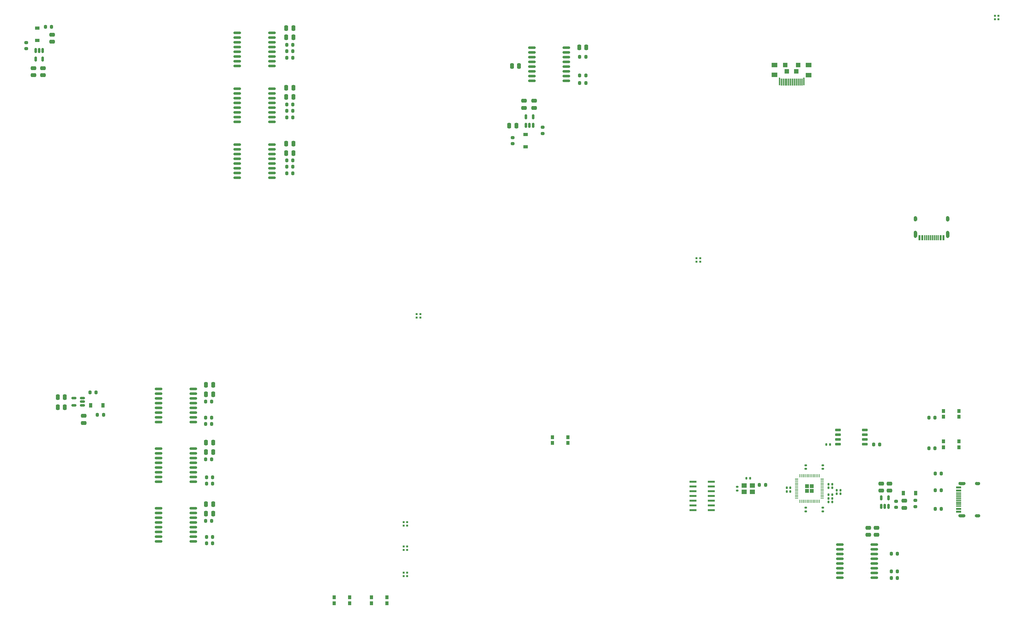
<source format=gtp>
%TF.GenerationSoftware,KiCad,Pcbnew,(6.0.4)*%
%TF.CreationDate,2022-05-27T00:32:28-07:00*%
%TF.ProjectId,bot_L,626f745f-4c2e-46b6-9963-61645f706362,rev?*%
%TF.SameCoordinates,Original*%
%TF.FileFunction,Paste,Top*%
%TF.FilePolarity,Positive*%
%FSLAX46Y46*%
G04 Gerber Fmt 4.6, Leading zero omitted, Abs format (unit mm)*
G04 Created by KiCad (PCBNEW (6.0.4)) date 2022-05-27 00:32:28*
%MOMM*%
%LPD*%
G01*
G04 APERTURE LIST*
G04 Aperture macros list*
%AMRoundRect*
0 Rectangle with rounded corners*
0 $1 Rounding radius*
0 $2 $3 $4 $5 $6 $7 $8 $9 X,Y pos of 4 corners*
0 Add a 4 corners polygon primitive as box body*
4,1,4,$2,$3,$4,$5,$6,$7,$8,$9,$2,$3,0*
0 Add four circle primitives for the rounded corners*
1,1,$1+$1,$2,$3*
1,1,$1+$1,$4,$5*
1,1,$1+$1,$6,$7*
1,1,$1+$1,$8,$9*
0 Add four rect primitives between the rounded corners*
20,1,$1+$1,$2,$3,$4,$5,0*
20,1,$1+$1,$4,$5,$6,$7,0*
20,1,$1+$1,$6,$7,$8,$9,0*
20,1,$1+$1,$8,$9,$2,$3,0*%
G04 Aperture macros list end*
%ADD10C,0.120000*%
%ADD11C,0.460000*%
%ADD12R,1.450000X0.600000*%
%ADD13R,1.450000X0.300000*%
%ADD14R,0.600000X1.450000*%
%ADD15R,0.300000X1.450000*%
%ADD16RoundRect,0.140000X-0.140000X-0.170000X0.140000X-0.170000X0.140000X0.170000X-0.140000X0.170000X0*%
%ADD17R,0.550000X0.550000*%
%ADD18RoundRect,0.250000X0.250000X0.475000X-0.250000X0.475000X-0.250000X-0.475000X0.250000X-0.475000X0*%
%ADD19RoundRect,0.200000X0.200000X0.275000X-0.200000X0.275000X-0.200000X-0.275000X0.200000X-0.275000X0*%
%ADD20RoundRect,0.150000X-0.875000X-0.150000X0.875000X-0.150000X0.875000X0.150000X-0.875000X0.150000X0*%
%ADD21RoundRect,0.140000X-0.170000X0.140000X-0.170000X-0.140000X0.170000X-0.140000X0.170000X0.140000X0*%
%ADD22RoundRect,0.200000X0.275000X-0.200000X0.275000X0.200000X-0.275000X0.200000X-0.275000X-0.200000X0*%
%ADD23RoundRect,0.200000X-0.200000X-0.275000X0.200000X-0.275000X0.200000X0.275000X-0.200000X0.275000X0*%
%ADD24RoundRect,0.150000X0.512500X0.150000X-0.512500X0.150000X-0.512500X-0.150000X0.512500X-0.150000X0*%
%ADD25RoundRect,0.150000X-0.150000X0.512500X-0.150000X-0.512500X0.150000X-0.512500X0.150000X0.512500X0*%
%ADD26R,0.900000X1.000000*%
%ADD27R,0.400000X1.825000*%
%ADD28R,1.200000X1.200000*%
%ADD29R,1.500000X1.200000*%
%ADD30R,0.400000X2.012500*%
%ADD31RoundRect,0.150000X0.150000X-0.512500X0.150000X0.512500X-0.150000X0.512500X-0.150000X-0.512500X0*%
%ADD32RoundRect,0.140000X0.140000X0.170000X-0.140000X0.170000X-0.140000X-0.170000X0.140000X-0.170000X0*%
%ADD33RoundRect,0.140000X0.170000X-0.140000X0.170000X0.140000X-0.170000X0.140000X-0.170000X-0.140000X0*%
%ADD34R,1.981200X0.558800*%
%ADD35RoundRect,0.250000X0.475000X-0.250000X0.475000X0.250000X-0.475000X0.250000X-0.475000X-0.250000X0*%
%ADD36RoundRect,0.250000X-0.250000X-0.475000X0.250000X-0.475000X0.250000X0.475000X-0.250000X0.475000X0*%
%ADD37RoundRect,0.200000X-0.275000X0.200000X-0.275000X-0.200000X0.275000X-0.200000X0.275000X0.200000X0*%
%ADD38R,1.400000X1.200000*%
%ADD39RoundRect,0.150000X0.650000X0.150000X-0.650000X0.150000X-0.650000X-0.150000X0.650000X-0.150000X0*%
%ADD40RoundRect,0.135000X0.135000X0.185000X-0.135000X0.185000X-0.135000X-0.185000X0.135000X-0.185000X0*%
%ADD41RoundRect,0.250000X-0.475000X0.250000X-0.475000X-0.250000X0.475000X-0.250000X0.475000X0.250000X0*%
%ADD42R,0.900000X1.200000*%
%ADD43R,1.200000X0.900000*%
%ADD44RoundRect,0.250000X-0.292217X0.292217X-0.292217X-0.292217X0.292217X-0.292217X0.292217X0.292217X0*%
%ADD45RoundRect,0.050000X-0.050000X0.387500X-0.050000X-0.387500X0.050000X-0.387500X0.050000X0.387500X0*%
%ADD46RoundRect,0.050000X-0.387500X0.050000X-0.387500X-0.050000X0.387500X-0.050000X0.387500X0.050000X0*%
G04 APERTURE END LIST*
D10*
%TO.C,J1*%
X287022038Y-166499520D02*
X287697038Y-166499520D01*
X287697038Y-166499520D02*
X287697038Y-165699520D01*
X287697038Y-165699520D02*
X287022038Y-165699520D01*
X287022038Y-165699520D02*
X287022038Y-166499520D01*
G36*
X287022038Y-166499520D02*
G01*
X287697038Y-166499520D01*
X287697038Y-165699520D01*
X287022038Y-165699520D01*
X287022038Y-166499520D01*
G37*
X282647038Y-157849520D02*
X283697038Y-157849520D01*
X283697038Y-157849520D02*
X283697038Y-157049520D01*
X283697038Y-157049520D02*
X282647038Y-157049520D01*
X282647038Y-157049520D02*
X282647038Y-157849520D01*
G36*
X282647038Y-157849520D02*
G01*
X283697038Y-157849520D01*
X283697038Y-157049520D01*
X282647038Y-157049520D01*
X282647038Y-157849520D01*
G37*
X282622038Y-166499520D02*
X283672038Y-166499520D01*
X283672038Y-166499520D02*
X283672038Y-165699520D01*
X283672038Y-165699520D02*
X282622038Y-165699520D01*
X282622038Y-165699520D02*
X282622038Y-166499520D01*
G36*
X282622038Y-166499520D02*
G01*
X283672038Y-166499520D01*
X283672038Y-165699520D01*
X282622038Y-165699520D01*
X282622038Y-166499520D01*
G37*
X286997038Y-157849520D02*
X287672038Y-157849520D01*
X287672038Y-157849520D02*
X287672038Y-157049520D01*
X287672038Y-157049520D02*
X286997038Y-157049520D01*
X286997038Y-157049520D02*
X286997038Y-157849520D01*
G36*
X286997038Y-157849520D02*
G01*
X287672038Y-157849520D01*
X287672038Y-157049520D01*
X286997038Y-157049520D01*
X286997038Y-157849520D01*
G37*
D11*
X282852038Y-166099520D02*
G75*
G03*
X282852038Y-166099520I-230000J0D01*
G01*
X287852038Y-157449520D02*
G75*
G03*
X287852038Y-157449520I-230000J0D01*
G01*
X282877038Y-157449520D02*
G75*
G03*
X282877038Y-157449520I-230000J0D01*
G01*
X283927038Y-157449520D02*
G75*
G03*
X283927038Y-157449520I-230000J0D01*
G01*
X287302038Y-157449520D02*
G75*
G03*
X287302038Y-157449520I-230000J0D01*
G01*
X283902038Y-166099520D02*
G75*
G03*
X283902038Y-166099520I-230000J0D01*
G01*
X287877038Y-166099520D02*
G75*
G03*
X287877038Y-166099520I-230000J0D01*
G01*
X287277038Y-166099520D02*
G75*
G03*
X287277038Y-166099520I-230000J0D01*
G01*
D10*
X271075000Y-86800000D02*
X270275000Y-86800000D01*
X270275000Y-86800000D02*
X270275000Y-86125000D01*
X270275000Y-86125000D02*
X271075000Y-86125000D01*
X271075000Y-86125000D02*
X271075000Y-86800000D01*
G36*
X271075000Y-86800000D02*
G01*
X270275000Y-86800000D01*
X270275000Y-86125000D01*
X271075000Y-86125000D01*
X271075000Y-86800000D01*
G37*
X279725000Y-86775000D02*
X278925000Y-86775000D01*
X278925000Y-86775000D02*
X278925000Y-86100000D01*
X278925000Y-86100000D02*
X279725000Y-86100000D01*
X279725000Y-86100000D02*
X279725000Y-86775000D01*
G36*
X279725000Y-86775000D02*
G01*
X278925000Y-86775000D01*
X278925000Y-86100000D01*
X279725000Y-86100000D01*
X279725000Y-86775000D01*
G37*
X279725000Y-91175000D02*
X278925000Y-91175000D01*
X278925000Y-91175000D02*
X278925000Y-90125000D01*
X278925000Y-90125000D02*
X279725000Y-90125000D01*
X279725000Y-90125000D02*
X279725000Y-91175000D01*
G36*
X279725000Y-91175000D02*
G01*
X278925000Y-91175000D01*
X278925000Y-90125000D01*
X279725000Y-90125000D01*
X279725000Y-91175000D01*
G37*
D11*
X279555000Y-90125000D02*
G75*
G03*
X279555000Y-90125000I-230000J0D01*
G01*
X279555000Y-91175000D02*
G75*
G03*
X279555000Y-91175000I-230000J0D01*
G01*
D10*
X271075000Y-91150000D02*
X270275000Y-91150000D01*
X270275000Y-91150000D02*
X270275000Y-90100000D01*
X270275000Y-90100000D02*
X271075000Y-90100000D01*
X271075000Y-90100000D02*
X271075000Y-91150000D01*
G36*
X271075000Y-91150000D02*
G01*
X270275000Y-91150000D01*
X270275000Y-90100000D01*
X271075000Y-90100000D01*
X271075000Y-91150000D01*
G37*
D11*
X270905000Y-91150000D02*
G75*
G03*
X270905000Y-91150000I-230000J0D01*
G01*
X270905000Y-90100000D02*
G75*
G03*
X270905000Y-90100000I-230000J0D01*
G01*
X279555000Y-86750000D02*
G75*
G03*
X279555000Y-86750000I-230000J0D01*
G01*
X270905000Y-86725000D02*
G75*
G03*
X270905000Y-86725000I-230000J0D01*
G01*
X270905000Y-86175000D02*
G75*
G03*
X270905000Y-86175000I-230000J0D01*
G01*
X279555000Y-86150000D02*
G75*
G03*
X279555000Y-86150000I-230000J0D01*
G01*
%TD*%
D12*
%TO.C,J1*%
X282252038Y-165024520D03*
X282252038Y-164224520D03*
D13*
X282252038Y-163024520D03*
X282252038Y-162024520D03*
X282252038Y-161524520D03*
X282252038Y-160524520D03*
D12*
X282252038Y-159324520D03*
X282252038Y-158524520D03*
X282252038Y-158524520D03*
X282252038Y-159324520D03*
D13*
X282252038Y-160024520D03*
X282252038Y-161024520D03*
X282252038Y-162524520D03*
X282252038Y-163524520D03*
D12*
X282252038Y-164224520D03*
X282252038Y-165024520D03*
%TD*%
D14*
%TO.C,J1*%
X278250000Y-91545000D03*
X277450000Y-91545000D03*
D15*
X276750000Y-91545000D03*
X275750000Y-91545000D03*
X274250000Y-91545000D03*
X273250000Y-91545000D03*
D14*
X272550000Y-91545000D03*
X271750000Y-91545000D03*
X271750000Y-91545000D03*
X272550000Y-91545000D03*
D15*
X273750000Y-91545000D03*
X274750000Y-91545000D03*
X275250000Y-91545000D03*
X276250000Y-91545000D03*
D14*
X277450000Y-91545000D03*
X278250000Y-91545000D03*
%TD*%
D16*
%TO.C,C7*%
X247417038Y-158624520D03*
X248377038Y-158624520D03*
%TD*%
D17*
%TO.C,D3*%
X212025000Y-97975000D03*
X212975000Y-97975000D03*
X212975000Y-97025000D03*
X212025000Y-97025000D03*
%TD*%
D18*
%TO.C,C6*%
X163700000Y-61500000D03*
X161800000Y-61500000D03*
%TD*%
D19*
%TO.C,R26*%
X82325000Y-173500000D03*
X80675000Y-173500000D03*
%TD*%
D20*
%TO.C,U2*%
X88920118Y-36555000D03*
X88920118Y-37825000D03*
X88920118Y-39095000D03*
X88920118Y-40365000D03*
X88920118Y-41635000D03*
X88920118Y-42905000D03*
X88920118Y-44175000D03*
X88920118Y-45445000D03*
X98220118Y-45445000D03*
X98220118Y-44175000D03*
X98220118Y-42905000D03*
X98220118Y-41635000D03*
X98220118Y-40365000D03*
X98220118Y-39095000D03*
X98220118Y-37825000D03*
X98220118Y-36555000D03*
%TD*%
D21*
%TO.C,C8*%
X245897038Y-163944520D03*
X245897038Y-164904520D03*
%TD*%
D22*
%TO.C,R14*%
X32320118Y-40825000D03*
X32320118Y-39175000D03*
%TD*%
D23*
%TO.C,R15*%
X37495118Y-35000000D03*
X39145118Y-35000000D03*
%TD*%
D24*
%TO.C,U3*%
X47387500Y-136450000D03*
X47387500Y-135500000D03*
X47387500Y-134550000D03*
X45112500Y-134550000D03*
X45112500Y-136450000D03*
%TD*%
D25*
%TO.C,U1*%
X36770118Y-41362500D03*
X35820118Y-41362500D03*
X34870118Y-41362500D03*
X34870118Y-43637500D03*
X36770118Y-43637500D03*
%TD*%
D19*
%TO.C,R2*%
X82325000Y-155750000D03*
X80675000Y-155750000D03*
%TD*%
D23*
%TO.C,R41*%
X264222038Y-176274520D03*
X265872038Y-176274520D03*
%TD*%
%TO.C,R8*%
X275972038Y-154774520D03*
X277622038Y-154774520D03*
%TD*%
D20*
%TO.C,U9*%
X250397038Y-173829520D03*
X250397038Y-175099520D03*
X250397038Y-176369520D03*
X250397038Y-177639520D03*
X250397038Y-178909520D03*
X250397038Y-180179520D03*
X250397038Y-181449520D03*
X250397038Y-182719520D03*
X259697038Y-182719520D03*
X259697038Y-181449520D03*
X259697038Y-180179520D03*
X259697038Y-178909520D03*
X259697038Y-177639520D03*
X259697038Y-176369520D03*
X259697038Y-175099520D03*
X259697038Y-173829520D03*
%TD*%
D26*
%TO.C,SW3*%
X129000000Y-188000000D03*
X124900000Y-188000000D03*
X129000000Y-189600000D03*
X124900000Y-189600000D03*
%TD*%
D16*
%TO.C,C17*%
X247417038Y-161424520D03*
X248377038Y-161424520D03*
%TD*%
D27*
%TO.C,P1*%
X234750000Y-49750000D03*
X236250000Y-49750000D03*
X236750000Y-49750000D03*
X237250000Y-49750000D03*
X237750000Y-49750000D03*
X239250000Y-49750000D03*
X239750000Y-49750000D03*
X240250000Y-49750000D03*
X238750000Y-49750000D03*
X238250000Y-49750000D03*
X235750000Y-49750000D03*
X235250000Y-49750000D03*
D28*
X235750000Y-45200000D03*
D29*
X242050000Y-45250000D03*
D28*
X238750000Y-46950000D03*
X239250000Y-45200000D03*
D30*
X240750000Y-49650000D03*
X234250000Y-49656250D03*
D28*
X236250000Y-46950000D03*
D29*
X232950000Y-47850000D03*
X232950000Y-45200000D03*
X242050000Y-47900000D03*
%TD*%
D19*
%TO.C,R28*%
X230522038Y-157824520D03*
X228872038Y-157824520D03*
%TD*%
D31*
%TO.C,U1*%
X261547038Y-163562020D03*
X262497038Y-163562020D03*
X263447038Y-163562020D03*
X263447038Y-161287020D03*
X261547038Y-161287020D03*
%TD*%
D32*
%TO.C,C1*%
X237177038Y-159624520D03*
X236217038Y-159624520D03*
%TD*%
D33*
%TO.C,C5*%
X241297038Y-153504520D03*
X241297038Y-152544520D03*
%TD*%
D31*
%TO.C,U1*%
X166300000Y-61387500D03*
X167250000Y-61387500D03*
X168200000Y-61387500D03*
X168200000Y-59112500D03*
X166300000Y-59112500D03*
%TD*%
D34*
%TO.C,U8*%
X211083238Y-156964520D03*
X211083238Y-158234520D03*
X211083238Y-159504520D03*
X211083238Y-160774520D03*
X211083238Y-162044520D03*
X211083238Y-163314520D03*
X211083238Y-164584520D03*
X216010838Y-164584520D03*
X216010838Y-163314520D03*
X216010838Y-162044520D03*
X216010838Y-160774520D03*
X216010838Y-159504520D03*
X216010838Y-158234520D03*
X216010838Y-156964520D03*
%TD*%
D19*
%TO.C,R20*%
X82325000Y-157500000D03*
X80675000Y-157500000D03*
%TD*%
D35*
%TO.C,C22*%
X260297038Y-171224520D03*
X260297038Y-169324520D03*
%TD*%
D23*
%TO.C,R22*%
X80425000Y-167500000D03*
X82075000Y-167500000D03*
%TD*%
D36*
%TO.C,C1*%
X80550000Y-146500000D03*
X82450000Y-146500000D03*
%TD*%
D19*
%TO.C,R19*%
X103820118Y-59250000D03*
X102170118Y-59250000D03*
%TD*%
D16*
%TO.C,C16*%
X247417038Y-160424520D03*
X248377038Y-160424520D03*
%TD*%
D36*
%TO.C,C16*%
X102045118Y-37800000D03*
X103945118Y-37800000D03*
%TD*%
D23*
%TO.C,R21*%
X102170118Y-55800000D03*
X103820118Y-55800000D03*
%TD*%
%TO.C,R1*%
X80425000Y-135500000D03*
X82075000Y-135500000D03*
%TD*%
D37*
%TO.C,R2*%
X170750000Y-61925000D03*
X170750000Y-63575000D03*
%TD*%
D23*
%TO.C,R23*%
X49425000Y-133000000D03*
X51075000Y-133000000D03*
%TD*%
D38*
%TO.C,Y1*%
X224797038Y-159674520D03*
X226997038Y-159674520D03*
X226997038Y-157974520D03*
X224797038Y-157974520D03*
%TD*%
D23*
%TO.C,R4*%
X275972038Y-159274520D03*
X277622038Y-159274520D03*
%TD*%
%TO.C,R20*%
X102170118Y-70800000D03*
X103820118Y-70800000D03*
%TD*%
D39*
%TO.C,U2*%
X257097038Y-146929520D03*
X257097038Y-145659520D03*
X257097038Y-144389520D03*
X257097038Y-143119520D03*
X249897038Y-143119520D03*
X249897038Y-144389520D03*
X249897038Y-145659520D03*
X249897038Y-146929520D03*
%TD*%
D20*
%TO.C,U3*%
X88920118Y-66555000D03*
X88920118Y-67825000D03*
X88920118Y-69095000D03*
X88920118Y-70365000D03*
X88920118Y-71635000D03*
X88920118Y-72905000D03*
X88920118Y-74175000D03*
X88920118Y-75445000D03*
X98220118Y-75445000D03*
X98220118Y-74175000D03*
X98220118Y-72905000D03*
X98220118Y-71635000D03*
X98220118Y-70365000D03*
X98220118Y-69095000D03*
X98220118Y-67825000D03*
X98220118Y-66555000D03*
%TD*%
D40*
%TO.C,R7*%
X250607038Y-160224520D03*
X249587038Y-160224520D03*
%TD*%
D22*
%TO.C,R3*%
X162750000Y-66325000D03*
X162750000Y-64675000D03*
%TD*%
D26*
%TO.C,SW4*%
X282347038Y-137974520D03*
X278247038Y-137974520D03*
X278247038Y-139574520D03*
X282347038Y-139574520D03*
%TD*%
D41*
%TO.C,C12*%
X267697038Y-162074520D03*
X267697038Y-163974520D03*
%TD*%
D22*
%TO.C,R1*%
X265497038Y-163849520D03*
X265497038Y-162199520D03*
%TD*%
D41*
%TO.C,C13*%
X34320118Y-46050000D03*
X34320118Y-47950000D03*
%TD*%
%TO.C,C14*%
X36820118Y-46050000D03*
X36820118Y-47950000D03*
%TD*%
D17*
%TO.C,D4*%
X133475000Y-182275000D03*
X134425000Y-182275000D03*
X134425000Y-181325000D03*
X133475000Y-181325000D03*
%TD*%
%TO.C,D3*%
X292025000Y-32975000D03*
X292975000Y-32975000D03*
X292975000Y-32025000D03*
X292025000Y-32025000D03*
%TD*%
D36*
%TO.C,C9*%
X80550000Y-131000000D03*
X82450000Y-131000000D03*
%TD*%
D33*
%TO.C,C4*%
X245897038Y-153504520D03*
X245897038Y-152544520D03*
%TD*%
D42*
%TO.C,D1*%
X49600000Y-136500000D03*
X52900000Y-136500000D03*
%TD*%
D36*
%TO.C,C8*%
X80550000Y-133500000D03*
X82450000Y-133500000D03*
%TD*%
D35*
%TO.C,C11*%
X261497038Y-159374520D03*
X261497038Y-157474520D03*
%TD*%
D32*
%TO.C,C6*%
X237177038Y-158624520D03*
X236217038Y-158624520D03*
%TD*%
D36*
%TO.C,C20*%
X102045118Y-68800000D03*
X103945118Y-68800000D03*
%TD*%
D21*
%TO.C,C3*%
X241297038Y-163944520D03*
X241297038Y-164904520D03*
%TD*%
D23*
%TO.C,R19*%
X274272038Y-147974520D03*
X275922038Y-147974520D03*
%TD*%
D26*
%TO.C,SW5*%
X278247038Y-146174520D03*
X282347038Y-146174520D03*
X278247038Y-147774520D03*
X282347038Y-147774520D03*
%TD*%
D36*
%TO.C,C4*%
X80550000Y-165500000D03*
X82450000Y-165500000D03*
%TD*%
%TO.C,C19*%
X102045118Y-51300000D03*
X103945118Y-51300000D03*
%TD*%
D35*
%TO.C,C5*%
X165750000Y-56700000D03*
X165750000Y-54800000D03*
%TD*%
D36*
%TO.C,C8*%
X180550000Y-40500000D03*
X182450000Y-40500000D03*
%TD*%
D16*
%TO.C,C9*%
X247417038Y-162424520D03*
X248377038Y-162424520D03*
%TD*%
%TO.C,C2*%
X247417038Y-157624520D03*
X248377038Y-157624520D03*
%TD*%
D19*
%TO.C,R19*%
X82325000Y-171750000D03*
X80675000Y-171750000D03*
%TD*%
D32*
%TO.C,C20*%
X226377038Y-156024520D03*
X225417038Y-156024520D03*
%TD*%
D43*
%TO.C,D13*%
X35320118Y-38650000D03*
X35320118Y-35350000D03*
%TD*%
D19*
%TO.C,R42*%
X265872038Y-181024520D03*
X264222038Y-181024520D03*
%TD*%
D20*
%TO.C,U2*%
X67850000Y-148055000D03*
X67850000Y-149325000D03*
X67850000Y-150595000D03*
X67850000Y-151865000D03*
X67850000Y-153135000D03*
X67850000Y-154405000D03*
X67850000Y-155675000D03*
X67850000Y-156945000D03*
X77150000Y-156945000D03*
X77150000Y-155675000D03*
X77150000Y-154405000D03*
X77150000Y-153135000D03*
X77150000Y-151865000D03*
X77150000Y-150595000D03*
X77150000Y-149325000D03*
X77150000Y-148055000D03*
%TD*%
D42*
%TO.C,D1*%
X267447038Y-160024520D03*
X270747038Y-160024520D03*
%TD*%
D17*
%TO.C,D3*%
X133475000Y-175275000D03*
X134425000Y-175275000D03*
X134425000Y-174325000D03*
X133475000Y-174325000D03*
%TD*%
D19*
%TO.C,R24*%
X103820118Y-43250000D03*
X102170118Y-43250000D03*
%TD*%
D18*
%TO.C,C5*%
X42700000Y-137000000D03*
X40800000Y-137000000D03*
%TD*%
D40*
%TO.C,R6*%
X250607038Y-159224520D03*
X249587038Y-159224520D03*
%TD*%
D19*
%TO.C,R24*%
X53075000Y-139000000D03*
X51425000Y-139000000D03*
%TD*%
D36*
%TO.C,C2*%
X80550000Y-149000000D03*
X82450000Y-149000000D03*
%TD*%
D20*
%TO.C,U4*%
X88920118Y-51555000D03*
X88920118Y-52825000D03*
X88920118Y-54095000D03*
X88920118Y-55365000D03*
X88920118Y-56635000D03*
X88920118Y-57905000D03*
X88920118Y-59175000D03*
X88920118Y-60445000D03*
X98220118Y-60445000D03*
X98220118Y-59175000D03*
X98220118Y-57905000D03*
X98220118Y-56635000D03*
X98220118Y-55365000D03*
X98220118Y-54095000D03*
X98220118Y-52825000D03*
X98220118Y-51555000D03*
%TD*%
D35*
%TO.C,C4*%
X168500000Y-56700000D03*
X168500000Y-54800000D03*
%TD*%
D32*
%TO.C,C18*%
X247777038Y-147024520D03*
X246817038Y-147024520D03*
%TD*%
D19*
%TO.C,R25*%
X82075000Y-139750000D03*
X80425000Y-139750000D03*
%TD*%
%TO.C,R6*%
X182325000Y-48000000D03*
X180675000Y-48000000D03*
%TD*%
%TO.C,R18*%
X103820118Y-57500000D03*
X102170118Y-57500000D03*
%TD*%
D23*
%TO.C,R17*%
X102170118Y-39800000D03*
X103820118Y-39800000D03*
%TD*%
D19*
%TO.C,R23*%
X103820118Y-41500000D03*
X102170118Y-41500000D03*
%TD*%
D35*
%TO.C,C21*%
X258047038Y-171224520D03*
X258047038Y-169324520D03*
%TD*%
D36*
%TO.C,C18*%
X102045118Y-53800000D03*
X103945118Y-53800000D03*
%TD*%
D23*
%TO.C,R10*%
X274272038Y-139774520D03*
X275922038Y-139774520D03*
%TD*%
%TO.C,R5*%
X180675000Y-43000000D03*
X182325000Y-43000000D03*
%TD*%
%TO.C,R18*%
X80425000Y-151000000D03*
X82075000Y-151000000D03*
%TD*%
D19*
%TO.C,R22*%
X103820118Y-72500000D03*
X102170118Y-72500000D03*
%TD*%
%TO.C,R3*%
X82075000Y-141500000D03*
X80425000Y-141500000D03*
%TD*%
D18*
%TO.C,C6*%
X42700000Y-134250000D03*
X40800000Y-134250000D03*
%TD*%
D41*
%TO.C,C7*%
X47750000Y-139300000D03*
X47750000Y-141200000D03*
%TD*%
D35*
%TO.C,C10*%
X263697038Y-159374520D03*
X263697038Y-157474520D03*
%TD*%
D43*
%TO.C,D4*%
X166200000Y-63850000D03*
X166200000Y-67150000D03*
%TD*%
D26*
%TO.C,SW2*%
X119000000Y-188000000D03*
X114900000Y-188000000D03*
X114900000Y-189600000D03*
X119000000Y-189600000D03*
%TD*%
D35*
%TO.C,C15*%
X39320118Y-38950000D03*
X39320118Y-37050000D03*
%TD*%
D19*
%TO.C,R25*%
X103820118Y-74250000D03*
X102170118Y-74250000D03*
%TD*%
D36*
%TO.C,C3*%
X80550000Y-163000000D03*
X82450000Y-163000000D03*
%TD*%
D18*
%TO.C,C7*%
X164450000Y-45500000D03*
X162550000Y-45500000D03*
%TD*%
D19*
%TO.C,R43*%
X265872038Y-182774520D03*
X264222038Y-182774520D03*
%TD*%
D37*
%TO.C,R2*%
X270697038Y-161999520D03*
X270697038Y-163649520D03*
%TD*%
D23*
%TO.C,R3*%
X275972038Y-164274520D03*
X277622038Y-164274520D03*
%TD*%
D19*
%TO.C,R9*%
X261122038Y-147024520D03*
X259472038Y-147024520D03*
%TD*%
D33*
%TO.C,C19*%
X222897038Y-159304520D03*
X222897038Y-158344520D03*
%TD*%
D26*
%TO.C,SW1*%
X177500000Y-145000000D03*
X173400000Y-145000000D03*
X173400000Y-146600000D03*
X177500000Y-146600000D03*
%TD*%
D17*
%TO.C,D3*%
X137025000Y-112975000D03*
X137975000Y-112975000D03*
X137975000Y-112025000D03*
X137025000Y-112025000D03*
%TD*%
D20*
%TO.C,U4*%
X67850000Y-164055000D03*
X67850000Y-165325000D03*
X67850000Y-166595000D03*
X67850000Y-167865000D03*
X67850000Y-169135000D03*
X67850000Y-170405000D03*
X67850000Y-171675000D03*
X67850000Y-172945000D03*
X77150000Y-172945000D03*
X77150000Y-171675000D03*
X77150000Y-170405000D03*
X77150000Y-169135000D03*
X77150000Y-167865000D03*
X77150000Y-166595000D03*
X77150000Y-165325000D03*
X77150000Y-164055000D03*
%TD*%
%TO.C,U1*%
X67850000Y-132055000D03*
X67850000Y-133325000D03*
X67850000Y-134595000D03*
X67850000Y-135865000D03*
X67850000Y-137135000D03*
X67850000Y-138405000D03*
X67850000Y-139675000D03*
X67850000Y-140945000D03*
X77150000Y-140945000D03*
X77150000Y-139675000D03*
X77150000Y-138405000D03*
X77150000Y-137135000D03*
X77150000Y-135865000D03*
X77150000Y-134595000D03*
X77150000Y-133325000D03*
X77150000Y-132055000D03*
%TD*%
D19*
%TO.C,R7*%
X182325000Y-50000000D03*
X180675000Y-50000000D03*
%TD*%
D36*
%TO.C,C17*%
X102045118Y-35300000D03*
X103945118Y-35300000D03*
%TD*%
D17*
%TO.C,D2*%
X133475000Y-168775000D03*
X134425000Y-168775000D03*
X134425000Y-167825000D03*
X133475000Y-167825000D03*
%TD*%
D20*
%TO.C,U2*%
X167850000Y-40555000D03*
X167850000Y-41825000D03*
X167850000Y-43095000D03*
X167850000Y-44365000D03*
X167850000Y-45635000D03*
X167850000Y-46905000D03*
X167850000Y-48175000D03*
X167850000Y-49445000D03*
X177150000Y-49445000D03*
X177150000Y-48175000D03*
X177150000Y-46905000D03*
X177150000Y-45635000D03*
X177150000Y-44365000D03*
X177150000Y-43095000D03*
X177150000Y-41825000D03*
X177150000Y-40555000D03*
%TD*%
D36*
%TO.C,C21*%
X102045118Y-66300000D03*
X103945118Y-66300000D03*
%TD*%
D44*
%TO.C,U3*%
X242934538Y-159412020D03*
X242934538Y-158137020D03*
X241659538Y-158137020D03*
X241659538Y-159412020D03*
D45*
X244897038Y-155337020D03*
X244497038Y-155337020D03*
X244097038Y-155337020D03*
X243697038Y-155337020D03*
X243297038Y-155337020D03*
X242897038Y-155337020D03*
X242497038Y-155337020D03*
X242097038Y-155337020D03*
X241697038Y-155337020D03*
X241297038Y-155337020D03*
X240897038Y-155337020D03*
X240497038Y-155337020D03*
X240097038Y-155337020D03*
X239697038Y-155337020D03*
D46*
X238859538Y-156174520D03*
X238859538Y-156574520D03*
X238859538Y-156974520D03*
X238859538Y-157374520D03*
X238859538Y-157774520D03*
X238859538Y-158174520D03*
X238859538Y-158574520D03*
X238859538Y-158974520D03*
X238859538Y-159374520D03*
X238859538Y-159774520D03*
X238859538Y-160174520D03*
X238859538Y-160574520D03*
X238859538Y-160974520D03*
X238859538Y-161374520D03*
D45*
X239697038Y-162212020D03*
X240097038Y-162212020D03*
X240497038Y-162212020D03*
X240897038Y-162212020D03*
X241297038Y-162212020D03*
X241697038Y-162212020D03*
X242097038Y-162212020D03*
X242497038Y-162212020D03*
X242897038Y-162212020D03*
X243297038Y-162212020D03*
X243697038Y-162212020D03*
X244097038Y-162212020D03*
X244497038Y-162212020D03*
X244897038Y-162212020D03*
D46*
X245734538Y-161374520D03*
X245734538Y-160974520D03*
X245734538Y-160574520D03*
X245734538Y-160174520D03*
X245734538Y-159774520D03*
X245734538Y-159374520D03*
X245734538Y-158974520D03*
X245734538Y-158574520D03*
X245734538Y-158174520D03*
X245734538Y-157774520D03*
X245734538Y-157374520D03*
X245734538Y-156974520D03*
X245734538Y-156574520D03*
X245734538Y-156174520D03*
%TD*%
M02*

</source>
